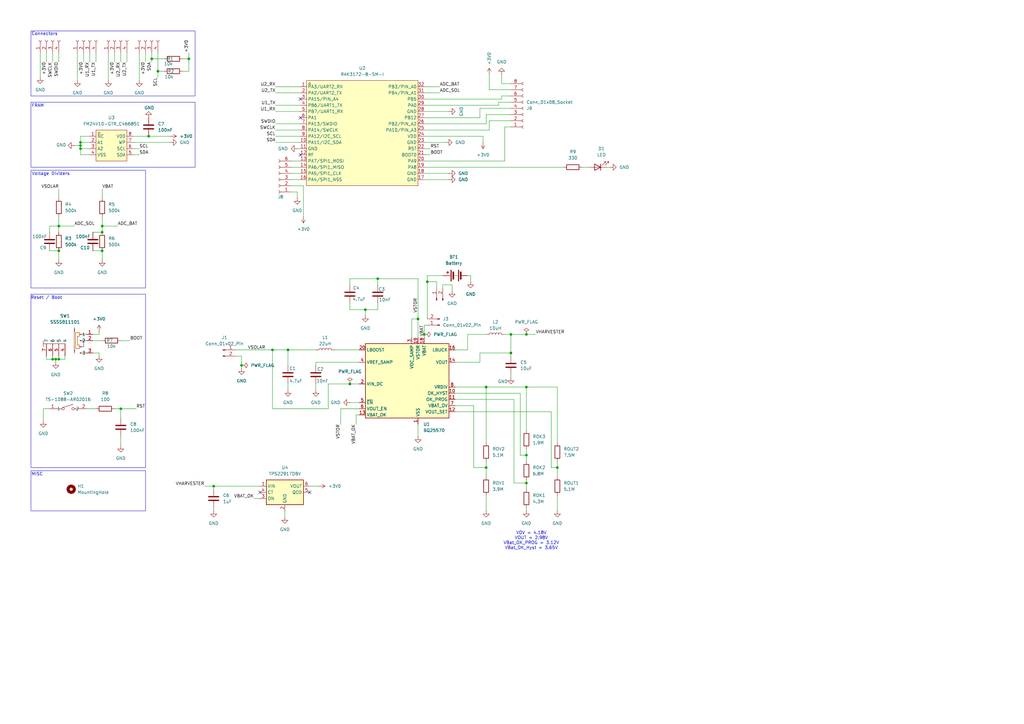
<source format=kicad_sch>
(kicad_sch (version 20250114) (generator "eeschema") (generator_version "9.0")
  (paper "A3")
  (rectangle (start 12.7 69.85) (end 59.69 118.11))
  (rectangle (start 12.7 193.04) (end 59.69 209.55))
  (rectangle (start 12.7 12.7) (end 80.01 39.37))
  (rectangle (start 12.7 41.91) (end 80.01 68.58))
  (rectangle (start 12.7 120.65) (end 59.69 191.77))
  (text "MISC" (at 15.24 194.564 0) (effects (font (size 1.27 1.27))))
  (text "Connectors" (at 18.288 13.97 0) (effects (font (size 1.27 1.27))))
  (text "Reset / Boot" (at 19.05 122.174 0) (effects (font (size 1.27 1.27))))
  (text "VOV = 4.18V\nVOUT = 2.98V\nVBat_OK_PROG = 3.12V\nVBat_OK_Hyst = 3.65V" (at 217.932 221.742 0) (effects (font (size 1.27 1.27))))
  (text "Voltage Dividers" (at 20.828 71.374 0) (effects (font (size 1.27 1.27))))
  (text "FRAM" (at 15.494 43.434 0) (effects (font (size 1.27 1.27))))
  (junction (at 49.53 167.64))
  (junction (at 228.6 191.77))
  (junction (at 215.9 186.69))
  (junction (at 215.9 137.16))
  (junction (at 62.23 24.13))
  (junction (at 171.45 130.81))
  (junction (at 99.06 149.86))
  (junction (at 209.55 144.78))
  (junction (at 33.02 60.96))
  (junction (at 87.63 199.39))
  (junction (at 41.91 102.87))
  (junction (at 33.02 58.42))
  (junction (at 199.39 191.77))
  (junction (at 41.91 95.25))
  (junction (at 21.59 147.32))
  (junction (at 175.26 115.57))
  (junction (at 111.76 143.51))
  (junction (at 41.91 92.71))
  (junction (at 33.02 59.69))
  (junction (at 209.55 137.16))
  (junction (at 77.47 24.13))
  (junction (at 24.13 92.71))
  (junction (at 149.86 127))
  (junction (at 60.96 55.88))
  (junction (at 143.51 157.48))
  (junction (at 64.77 29.21))
  (junction (at 215.9 158.75))
  (junction (at 22.86 147.32))
  (junction (at 199.39 158.75))
  (junction (at 24.13 147.32))
  (junction (at 118.11 143.51))
  (junction (at 154.94 114.3))
  (junction (at 24.13 102.87))
  (junction (at 215.9 198.12))
  (junction (at 173.99 137.16))
  (no_connect (at 127 201.93))
  (no_connect (at 123.19 63.5))
  (no_connect (at 123.19 40.64))
  (no_connect (at 106.68 201.93))
  (no_connect (at 123.19 48.26))
  (wire (pts (xy 134.62 167.64) (xy 134.62 157.48)))
  (wire (pts (xy 118.11 157.48) (xy 118.11 160.02)))
  (wire (pts (xy 77.47 29.21) (xy 74.93 29.21)))
  (wire (pts (xy 24.13 146.05) (xy 24.13 147.32)))
  (wire (pts (xy 175.26 115.57) (xy 179.07 115.57)))
  (wire (pts (xy 173.99 60.96) (xy 176.53 60.96)))
  (wire (pts (xy 118.11 143.51) (xy 129.54 143.51)))
  (wire (pts (xy 124.46 76.2) (xy 124.46 88.9)))
  (wire (pts (xy 146.05 170.18) (xy 146.05 173.99)))
  (wire (pts (xy 19.05 146.05) (xy 19.05 147.32)))
  (wire (pts (xy 54.61 58.42) (xy 69.85 58.42)))
  (wire (pts (xy 24.13 102.87) (xy 24.13 106.68)))
  (wire (pts (xy 196.85 148.59) (xy 196.85 144.78)))
  (wire (pts (xy 44.45 21.59) (xy 44.45 33.02)))
  (wire (pts (xy 173.99 68.58) (xy 231.14 68.58)))
  (wire (pts (xy 191.77 137.16) (xy 191.77 143.51)))
  (wire (pts (xy 20.32 167.64) (xy 17.78 167.64)))
  (wire (pts (xy 199.39 191.77) (xy 199.39 195.58)))
  (wire (pts (xy 147.32 148.59) (xy 129.54 148.59)))
  (wire (pts (xy 24.13 92.71) (xy 24.13 95.25)))
  (wire (pts (xy 77.47 24.13) (xy 74.93 24.13)))
  (wire (pts (xy 181.61 118.11) (xy 181.61 116.84)))
  (wire (pts (xy 34.29 21.59) (xy 34.29 25.4)))
  (wire (pts (xy 210.82 163.83) (xy 210.82 198.12)))
  (wire (pts (xy 198.12 55.88) (xy 198.12 58.42)))
  (wire (pts (xy 41.91 92.71) (xy 41.91 95.25)))
  (wire (pts (xy 199.39 158.75) (xy 199.39 181.61)))
  (wire (pts (xy 171.45 114.3) (xy 171.45 130.81)))
  (wire (pts (xy 173.99 48.26) (xy 196.85 48.26)))
  (wire (pts (xy 35.56 167.64) (xy 39.37 167.64)))
  (wire (pts (xy 52.07 21.59) (xy 52.07 25.4)))
  (wire (pts (xy 33.02 60.96) (xy 36.83 60.96)))
  (wire (pts (xy 119.38 78.74) (xy 121.92 78.74)))
  (wire (pts (xy 213.36 186.69) (xy 215.9 186.69)))
  (wire (pts (xy 186.69 161.29) (xy 213.36 161.29)))
  (wire (pts (xy 199.39 203.2) (xy 199.39 209.55)))
  (wire (pts (xy 24.13 88.9) (xy 24.13 92.71)))
  (wire (pts (xy 119.38 76.2) (xy 124.46 76.2)))
  (wire (pts (xy 213.36 161.29) (xy 213.36 186.69)))
  (wire (pts (xy 204.47 41.91) (xy 209.55 41.91)))
  (wire (pts (xy 199.39 158.75) (xy 215.9 158.75)))
  (wire (pts (xy 33.02 59.69) (xy 33.02 60.96)))
  (wire (pts (xy 171.45 130.81) (xy 171.45 138.43)))
  (wire (pts (xy 207.01 66.04) (xy 207.01 52.07)))
  (wire (pts (xy 228.6 158.75) (xy 228.6 181.61)))
  (wire (pts (xy 173.99 55.88) (xy 198.12 55.88)))
  (wire (pts (xy 186.69 148.59) (xy 196.85 148.59)))
  (wire (pts (xy 226.06 191.77) (xy 228.6 191.77)))
  (wire (pts (xy 31.75 21.59) (xy 31.75 33.02)))
  (wire (pts (xy 129.54 157.48) (xy 129.54 160.02)))
  (wire (pts (xy 19.05 21.59) (xy 19.05 25.4)))
  (wire (pts (xy 173.99 45.72) (xy 184.15 45.72)))
  (wire (pts (xy 127 199.39) (xy 130.81 199.39)))
  (wire (pts (xy 49.53 179.07) (xy 49.53 182.88)))
  (wire (pts (xy 46.99 21.59) (xy 46.99 25.4)))
  (wire (pts (xy 199.39 189.23) (xy 199.39 191.77)))
  (wire (pts (xy 20.32 102.87) (xy 24.13 102.87)))
  (wire (pts (xy 119.38 68.58) (xy 123.19 68.58)))
  (wire (pts (xy 49.53 21.59) (xy 49.53 25.4)))
  (wire (pts (xy 215.9 196.85) (xy 215.9 198.12)))
  (wire (pts (xy 168.91 130.81) (xy 171.45 130.81)))
  (wire (pts (xy 171.45 173.99) (xy 171.45 179.07)))
  (wire (pts (xy 62.23 21.59) (xy 62.23 24.13)))
  (wire (pts (xy 228.6 191.77) (xy 228.6 195.58)))
  (wire (pts (xy 24.13 77.47) (xy 24.13 81.28)))
  (wire (pts (xy 194.31 191.77) (xy 199.39 191.77)))
  (wire (pts (xy 118.11 149.86) (xy 118.11 143.51)))
  (wire (pts (xy 59.69 21.59) (xy 59.69 25.4)))
  (wire (pts (xy 207.01 137.16) (xy 209.55 137.16)))
  (wire (pts (xy 113.03 38.1) (xy 123.19 38.1)))
  (wire (pts (xy 64.77 29.21) (xy 64.77 31.75)))
  (wire (pts (xy 226.06 168.91) (xy 226.06 191.77)))
  (wire (pts (xy 33.02 60.96) (xy 33.02 63.5)))
  (wire (pts (xy 57.15 21.59) (xy 57.15 33.02)))
  (wire (pts (xy 209.55 137.16) (xy 209.55 144.78)))
  (wire (pts (xy 49.53 167.64) (xy 55.88 167.64)))
  (wire (pts (xy 194.31 166.37) (xy 194.31 191.77)))
  (wire (pts (xy 186.69 166.37) (xy 194.31 166.37)))
  (wire (pts (xy 113.03 55.88) (xy 123.19 55.88)))
  (wire (pts (xy 26.67 147.32) (xy 26.67 146.05)))
  (wire (pts (xy 83.82 199.39) (xy 87.63 199.39)))
  (wire (pts (xy 175.26 115.57) (xy 175.26 130.81)))
  (wire (pts (xy 99.06 149.86) (xy 99.06 151.13)))
  (wire (pts (xy 173.99 133.35) (xy 173.99 137.16)))
  (wire (pts (xy 22.86 147.32) (xy 24.13 147.32)))
  (wire (pts (xy 186.69 168.91) (xy 226.06 168.91)))
  (wire (pts (xy 209.55 144.78) (xy 209.55 146.05)))
  (wire (pts (xy 200.66 53.34) (xy 200.66 49.53)))
  (wire (pts (xy 111.76 143.51) (xy 118.11 143.51)))
  (wire (pts (xy 38.1 102.87) (xy 41.91 102.87)))
  (wire (pts (xy 36.83 55.88) (xy 33.02 55.88)))
  (wire (pts (xy 200.66 49.53) (xy 209.55 49.53)))
  (wire (pts (xy 173.99 58.42) (xy 182.88 58.42)))
  (wire (pts (xy 199.39 46.99) (xy 209.55 46.99)))
  (wire (pts (xy 22.86 147.32) (xy 22.86 148.59)))
  (wire (pts (xy 191.77 137.16) (xy 199.39 137.16)))
  (wire (pts (xy 62.23 24.13) (xy 62.23 25.4)))
  (wire (pts (xy 57.15 63.5) (xy 54.61 63.5)))
  (wire (pts (xy 87.63 199.39) (xy 87.63 200.66)))
  (wire (pts (xy 248.92 68.58) (xy 250.19 68.58)))
  (wire (pts (xy 154.94 114.3) (xy 171.45 114.3)))
  (wire (pts (xy 215.9 184.15) (xy 215.9 186.69)))
  (wire (pts (xy 173.99 73.66) (xy 184.15 73.66)))
  (wire (pts (xy 33.02 58.42) (xy 33.02 59.69)))
  (wire (pts (xy 33.02 58.42) (xy 36.83 58.42)))
  (wire (pts (xy 41.91 102.87) (xy 41.91 106.68)))
  (wire (pts (xy 185.42 116.84) (xy 185.42 119.38)))
  (wire (pts (xy 143.51 127) (xy 143.51 124.46)))
  (wire (pts (xy 33.02 63.5) (xy 36.83 63.5)))
  (wire (pts (xy 137.16 143.51) (xy 147.32 143.51)))
  (wire (pts (xy 173.99 43.18) (xy 204.47 43.18)))
  (wire (pts (xy 30.48 59.69) (xy 33.02 59.69)))
  (wire (pts (xy 113.03 50.8) (xy 123.19 50.8)))
  (wire (pts (xy 149.86 127) (xy 149.86 129.54)))
  (wire (pts (xy 41.91 77.47) (xy 41.91 81.28)))
  (wire (pts (xy 60.96 55.88) (xy 54.61 55.88)))
  (wire (pts (xy 147.32 167.64) (xy 139.7 167.64)))
  (wire (pts (xy 173.99 71.12) (xy 184.15 71.12)))
  (wire (pts (xy 17.78 167.64) (xy 17.78 172.72)))
  (wire (pts (xy 143.51 165.1) (xy 147.32 165.1)))
  (wire (pts (xy 40.64 137.16) (xy 40.64 135.89)))
  (wire (pts (xy 207.01 52.07) (xy 209.55 52.07)))
  (wire (pts (xy 46.99 167.64) (xy 49.53 167.64)))
  (wire (pts (xy 87.63 199.39) (xy 106.68 199.39)))
  (wire (pts (xy 99.06 146.05) (xy 99.06 149.86)))
  (wire (pts (xy 33.02 55.88) (xy 33.02 58.42)))
  (wire (pts (xy 38.1 139.7) (xy 41.91 139.7)))
  (wire (pts (xy 205.74 30.48) (xy 205.74 34.29)))
  (wire (pts (xy 179.07 115.57) (xy 179.07 118.11)))
  (wire (pts (xy 121.92 60.96) (xy 123.19 60.96)))
  (wire (pts (xy 175.26 115.57) (xy 175.26 113.03)))
  (wire (pts (xy 173.99 63.5) (xy 176.53 63.5)))
  (wire (pts (xy 215.9 158.75) (xy 215.9 176.53)))
  (wire (pts (xy 173.99 40.64) (xy 205.74 40.64)))
  (wire (pts (xy 113.03 35.56) (xy 123.19 35.56)))
  (wire (pts (xy 149.86 127) (xy 143.51 127)))
  (wire (pts (xy 77.47 21.59) (xy 77.47 24.13)))
  (wire (pts (xy 121.92 78.74) (xy 121.92 81.28)))
  (wire (pts (xy 193.04 115.57) (xy 193.04 113.03)))
  (wire (pts (xy 193.04 113.03) (xy 191.77 113.03)))
  (wire (pts (xy 228.6 189.23) (xy 228.6 191.77)))
  (wire (pts (xy 196.85 44.45) (xy 209.55 44.45)))
  (wire (pts (xy 215.9 208.28) (xy 215.9 209.55)))
  (wire (pts (xy 173.99 66.04) (xy 207.01 66.04)))
  (wire (pts (xy 24.13 21.59) (xy 24.13 25.4)))
  (wire (pts (xy 215.9 137.16) (xy 219.71 137.16)))
  (wire (pts (xy 38.1 144.78) (xy 40.64 144.78)))
  (wire (pts (xy 186.69 163.83) (xy 210.82 163.83)))
  (wire (pts (xy 111.76 143.51) (xy 111.76 167.64)))
  (wire (pts (xy 57.15 60.96) (xy 54.61 60.96)))
  (wire (pts (xy 20.32 95.25) (xy 20.32 92.71)))
  (wire (pts (xy 16.51 21.59) (xy 16.51 31.75)))
  (wire (pts (xy 24.13 92.71) (xy 30.48 92.71)))
  (wire (pts (xy 143.51 114.3) (xy 154.94 114.3)))
  (wire (pts (xy 87.63 208.28) (xy 87.63 209.55)))
  (wire (pts (xy 41.91 92.71) (xy 48.26 92.71)))
  (wire (pts (xy 186.69 158.75) (xy 199.39 158.75)))
  (wire (pts (xy 209.55 36.83) (xy 200.66 36.83)))
  (wire (pts (xy 129.54 148.59) (xy 129.54 149.86)))
  (wire (pts (xy 173.99 38.1) (xy 180.34 38.1)))
  (wire (pts (xy 49.53 167.64) (xy 49.53 171.45)))
  (wire (pts (xy 238.76 68.58) (xy 241.3 68.58)))
  (wire (pts (xy 205.74 40.64) (xy 205.74 39.37)))
  (wire (pts (xy 209.55 137.16) (xy 215.9 137.16)))
  (wire (pts (xy 173.99 53.34) (xy 200.66 53.34)))
  (wire (pts (xy 175.26 113.03) (xy 181.61 113.03)))
  (wire (pts (xy 154.94 127) (xy 149.86 127)))
  (wire (pts (xy 20.32 92.71) (xy 24.13 92.71)))
  (wire (pts (xy 215.9 198.12) (xy 215.9 200.66)))
  (wire (pts (xy 62.23 24.13) (xy 67.31 24.13)))
  (wire (pts (xy 38.1 137.16) (xy 40.64 137.16)))
  (wire (pts (xy 196.85 144.78) (xy 209.55 144.78)))
  (wire (pts (xy 36.83 21.59) (xy 36.83 25.4)))
  (wire (pts (xy 173.99 35.56) (xy 180.34 35.56)))
  (wire (pts (xy 24.13 147.32) (xy 26.67 147.32)))
  (wire (pts (xy 69.85 55.88) (xy 60.96 55.88)))
  (wire (pts (xy 21.59 147.32) (xy 22.86 147.32)))
  (wire (pts (xy 49.53 139.7) (xy 53.34 139.7)))
  (wire (pts (xy 104.14 204.47) (xy 106.68 204.47)))
  (wire (pts (xy 173.99 50.8) (xy 199.39 50.8)))
  (wire (pts (xy 19.05 147.32) (xy 21.59 147.32)))
  (wire (pts (xy 215.9 158.75) (xy 228.6 158.75)))
  (wire (pts (xy 41.91 88.9) (xy 41.91 92.71)))
  (wire (pts (xy 113.03 58.42) (xy 123.19 58.42)))
  (wire (pts (xy 200.66 36.83) (xy 200.66 30.48)))
  (wire (pts (xy 168.91 138.43) (xy 168.91 130.81)))
  (wire (pts (xy 21.59 146.05) (xy 21.59 147.32)))
  (wire (pts (xy 134.62 157.48) (xy 143.51 157.48)))
  (wire (pts (xy 113.03 43.18) (xy 123.19 43.18)))
  (wire (pts (xy 38.1 95.25) (xy 41.91 95.25)))
  (wire (pts (xy 209.55 153.67) (xy 209.55 154.94)))
  (wire (pts (xy 204.47 43.18) (xy 204.47 41.91)))
  (wire (pts (xy 119.38 73.66) (xy 123.19 73.66)))
  (wire (pts (xy 215.9 186.69) (xy 215.9 189.23)))
  (wire (pts (xy 64.77 29.21) (xy 67.31 29.21)))
  (wire (pts (xy 143.51 157.48) (xy 147.32 157.48)))
  (wire (pts (xy 116.84 209.55) (xy 116.84 212.09)))
  (wire (pts (xy 205.74 39.37) (xy 209.55 39.37)))
  (wire (pts (xy 96.52 143.51) (xy 111.76 143.51)))
  (wire (pts (xy 113.03 53.34) (xy 123.19 53.34)))
  (wire (pts (xy 173.99 137.16) (xy 173.99 138.43)))
  (wire (pts (xy 64.77 21.59) (xy 64.77 29.21)))
  (wire (pts (xy 228.6 203.2) (xy 228.6 209.55)))
  (wire (pts (xy 119.38 71.12) (xy 123.19 71.12)))
  (wire (pts (xy 196.85 48.26) (xy 196.85 44.45)))
  (wire (pts (xy 173.99 133.35) (xy 175.26 133.35)))
  (wire (pts (xy 111.76 167.64) (xy 134.62 167.64)))
  (wire (pts (xy 113.03 45.72) (xy 123.19 45.72)))
  (wire (pts (xy 191.77 143.51) (xy 186.69 143.51)))
  (wire (pts (xy 21.59 21.59) (xy 21.59 25.4)))
  (wire (pts (xy 96.52 146.05) (xy 99.06 146.05)))
  (wire (pts (xy 205.74 34.29) (xy 209.55 34.29)))
  (wire (pts (xy 154.94 124.46) (xy 154.94 127)))
  (wire (pts (xy 119.38 66.04) (xy 123.19 66.04)))
  (wire (pts (xy 147.32 170.18) (xy 146.05 170.18)))
  (wire (pts (xy 154.94 114.3) (xy 154.94 116.84)))
  (wire (pts (xy 143.51 116.84) (xy 143.51 114.3)))
  (wire (pts (xy 210.82 198.12) (xy 215.9 198.12)))
  (wire (pts (xy 39.37 21.59) (xy 39.37 25.4)))
  (wire (pts (xy 77.47 24.13) (xy 77.47 29.21)))
  (wire (pts (xy 139.7 167.64) (xy 139.7 173.99)))
  (wire (pts (xy 181.61 116.84) (xy 185.42 116.84)))
  (wire (pts (xy 199.39 50.8) (xy 199.39 46.99)))
  (wire (pts (xy 40.64 144.78) (xy 40.64 146.05)))
  (label "ADC_BAT" (at 48.26 92.71 0))
  (label "VSTOR" (at 139.7 173.99 270))
  (label "+3V0" (at 19.05 25.4 270))
  (label "VSOLAR" (at 24.13 77.47 180))
  (label "U1_RX" (at 113.03 45.72 180))
  (label "BOOT" (at 53.34 139.7 0))
  (label "SCL" (at 64.77 31.75 270))
  (label "SDA" (at 57.15 63.5 0))
  (label "U2_RX" (at 49.53 25.4 270))
  (label "VSTOR" (at 171.45 128.27 90))
  (label "VBAT_OK" (at 146.05 173.99 270))
  (label "SDA" (at 113.03 58.42 180))
  (label "VBAT_OK" (at 104.14 204.47 180))
  (label "VHARVESTER" (at 219.71 137.16 0))
  (label "+3V0" (at 77.47 21.59 90))
  (label "RST" (at 55.88 167.64 0))
  (label "SWDIO" (at 113.03 50.8 180))
  (label "SWCLK" (at 113.03 53.34 180))
  (label "U2_TX" (at 52.07 25.4 270))
  (label "SDA" (at 62.23 25.4 270))
  (label "+3V0" (at 59.69 25.4 270))
  (label "VSOLAR" (at 101.6 143.51 0))
  (label "U1_TX" (at 39.37 25.4 270))
  (label "SWCLK" (at 21.59 25.4 270))
  (label "+3V0" (at 46.99 25.4 270))
  (label "SWDIO" (at 24.13 25.4 270))
  (label "SCL" (at 57.15 60.96 0))
  (label "U1_RX" (at 36.83 25.4 270))
  (label "ADC_BAT" (at 180.34 35.56 0))
  (label "ADC_SOL" (at 30.48 92.71 0))
  (label "ADC_SOL" (at 180.34 38.1 0))
  (label "VBAT" (at 41.91 77.47 0))
  (label "VHARVESTER" (at 83.82 199.39 180))
  (label "U1_TX" (at 113.03 43.18 180))
  (label "VBAT" (at 173.99 133.35 270))
  (label "U2_TX" (at 113.03 38.1 180))
  (label "+3V0" (at 34.29 25.4 270))
  (label "BOOT" (at 176.53 63.5 0))
  (label "SCL" (at 113.03 55.88 180))
  (label "U2_RX" (at 113.03 35.56 180))
  (label "RST" (at 176.53 60.96 0))
  (symbol (lib_id "Device:R") (at 215.9 180.34 0) (unit 1)
    (property "Reference" "ROK3" (at 218.44 179.0699 0) (effects (justify left)))
    (property "Value" "1.9M" (at 218.44 181.6099 0) (effects (justify left)))
    (property "Footprint" "Resistor_SMD:R_0603_1608Metric_Pad0.98x0.95mm_HandSolder" (effects (hide yes)))
    (property "Description" "Resistor" (effects (hide yes)))
  )
  (symbol (lib_id "Power_Management:TPS22917DBV") (at 116.84 201.93 0) (unit 1)
    (property "Reference" "U4" (at 116.84 191.77 0))
    (property "Value" "TPS22917DBV" (at 116.84 194.31 0))
    (property "Footprint" "Package_TO_SOT_SMD:SOT-23-6" (effects (hide yes)))
    (property "Datasheet" "http://www.ti.com/lit/ds/symlink/tps22917.pdf" (effects (hide yes)))
    (property "Description" "1V to 5.5V, 2A, 80mΩ Ultra-Low Leakage Load Switch, SOT23-6" (effects (hide yes)))
  )
  (symbol (lib_id "Device:R") (at 228.6 199.39 0) (unit 1)
    (property "Reference" "ROUT1" (at 231.14 198.1199 0) (effects (justify left)))
    (property "Value" "5.1M" (at 231.14 200.6599 0) (effects (justify left)))
    (property "Footprint" "Resistor_SMD:R_0603_1608Metric_Pad0.98x0.95mm_HandSolder" (effects (hide yes)))
    (property "Description" "Resistor" (effects (hide yes)))
  )
  (symbol (lib_id "power:PWR_FLAG") (at 99.06 149.86 270) (unit 1)
    (property "Reference" "#FLG01" (effects (hide yes)))
    (property "Value" "PWR_FLAG" (at 102.87 149.8599 90) (effects (justify left)))
    (property "Description" "Special symbol for telling ERC where power comes from" (effects (hide yes)))
  )
  (symbol (lib_id "power:GND") (at 24.13 106.68 0) (unit 1)
    (property "Reference" "#PWR028" (effects (hide yes)))
    (property "Value" "GND" (at 24.13 111.76 0))
    (property "Description" "Power symbol creates a global label with name \"GND\" , ground" (effects (hide yes)))
  )
  (symbol (lib_id "Device:C") (at 49.53 175.26 0) (unit 1)
    (property "Reference" "C8" (at 53.34 173.9899 0) (effects (justify left)))
    (property "Value" "100nF" (at 53.34 176.5299 0) (effects (justify left)))
    (property "Footprint" "Capacitor_SMD:C_0603_1608Metric_Pad1.08x0.95mm_HandSolder" (effects (hide yes)))
    (property "Description" "Unpolarized capacitor" (effects (hide yes)))
  )
  (symbol (lib_id "Device:R") (at 71.12 24.13 90) (unit 1)
    (property "Reference" "R1" (at 69.85 24.13 90))
    (property "Value" "10k" (at 69.088 26.162 90))
    (property "Footprint" "Resistor_SMD:R_0603_1608Metric" (effects (hide yes)))
    (property "Description" "Resistor" (effects (hide yes)))
  )
  (symbol (lib_id "power:+3V0") (at 200.66 30.48 0) (unit 1)
    (property "Reference" "#PWR039" (effects (hide yes)))
    (property "Value" "+3V0" (at 200.6599 26.67 90) (effects (justify left)))
    (property "Description" "Power symbol creates a global label with name \"+3V0\"" (effects (hide yes)))
  )
  (symbol (lib_id "Device:L") (at 203.2 137.16 90) (unit 1)
    (property "Reference" "L2" (at 203.2 132.08 90))
    (property "Value" "10uH" (at 203.2 134.62 90))
    (property "Footprint" "SolarMeshRepeater_Lib:L1210" (effects (hide yes)))
    (property "Description" "Inductor" (effects (hide yes)))
  )
  (symbol (lib_id "Device:C") (at 60.96 52.07 0) (unit 1)
    (property "Reference" "C7" (at 64.77 50.7999 0) (effects (justify left)))
    (property "Value" "100nF" (at 64.77 53.3399 0) (effects (justify left)))
    (property "Footprint" "Capacitor_SMD:C_0603_1608Metric_Pad1.08x0.95mm_HandSolder" (effects (hide yes)))
    (property "Description" "Unpolarized capacitor" (effects (hide yes)))
  )
  (symbol (lib_id "SolarMeshRepeater_Lib:SSSS811101") (at 34.29 138.43 270) (unit 1)
    (property "Reference" "SW1" (at 26.67 129.54 90))
    (property "Value" "SSSS811101" (at 26.67 132.08 90))
    (property "Footprint" "SolarMeshRepeater_Lib:SW-SMD_SSSS811101" (effects (hide yes)))
    (property "Datasheet" "https://lcsc.com/product-detail/Toggle-Switches_ALPS_SSSS811101_SSSS811101_C109335.html" (effects (hide yes)))
    (property "LCSC Part" "C109335" (effects (hide yes)))
  )
  (symbol (lib_id "power:GND") (at 250.19 68.58 90) (unit 1)
    (property "Reference" "#PWR035" (effects (hide yes)))
    (property "Value" "GND" (at 254 68.5799 90) (effects (justify right)))
    (property "Description" "Power symbol creates a global label with name \"GND\" , ground" (effects (hide yes)))
  )
  (symbol (lib_id "Device:C") (at 118.11 153.67 0) (unit 1)
    (property "Reference" "C1" (at 118.618 151.13 0) (effects (justify left)))
    (property "Value" "4.7uF" (at 118.618 156.21 0) (effects (justify left)))
    (property "Footprint" "Capacitor_SMD:C_0805_2012Metric_Pad1.18x1.45mm_HandSolder" (effects (hide yes)))
    (property "Description" "Unpolarized capacitor" (effects (hide yes)))
  )
  (symbol (lib_id "Mechanical:MountingHole") (at 29.21 200.66 0) (unit 1) (in_bom no)
    (property "Reference" "H1" (at 31.75 199.3899 0) (effects (justify left)))
    (property "Value" "MountingHole" (at 31.75 201.9299 0) (effects (justify left)))
    (property "Footprint" "MountingHole:MountingHole_2.2mm_M2" (effects (hide yes)))
    (property "Description" "Mounting Hole without connection" (effects (hide yes)))
  )
  (symbol (lib_id "Device:C") (at 87.63 204.47 180) (unit 1)
    (property "Reference" "C6" (at 91.44 203.1999 0) (effects (justify right)))
    (property "Value" "1uF" (at 91.44 205.7399 0) (effects (justify right)))
    (property "Footprint" "Capacitor_SMD:C_0603_1608Metric_Pad1.08x0.95mm_HandSolder" (effects (hide yes)))
    (property "Description" "Unpolarized capacitor" (effects (hide yes)))
  )
  (symbol (lib_id "power:GND") (at 40.64 146.05 0) (unit 1)
    (property "Reference" "#PWR030" (effects (hide yes)))
    (property "Value" "GND" (at 40.64 151.13 0))
    (property "Description" "Power symbol creates a global label with name \"GND\" , ground" (effects (hide yes)))
  )
  (symbol (lib_id "power:+3V0") (at 40.64 135.89 0) (unit 1)
    (property "Reference" "#PWR031" (effects (hide yes)))
    (property "Value" "+3V0" (at 40.64 130.81 0))
    (property "Description" "Power symbol creates a global label with name \"+3V0\"" (effects (hide yes)))
  )
  (symbol (lib_id "SolarMeshRepeater_Lib:TS-1088-AR02016") (at 27.94 167.64 0) (unit 1)
    (property "Reference" "SW2" (at 27.94 161.29 0))
    (property "Value" "TS-1088-AR02016" (at 27.94 163.83 0))
    (property "Footprint" "SolarMeshRepeater_Lib:SW-SMD_L3.9-W3.0-P4.45" (effects (hide yes)))
    (property "Datasheet" "https://lcsc.com/product-detail/Tactile-Switches_XUNPU-TS-1088-AR02016_C720477.html" (effects (hide yes)))
    (property "LCSC Part" "C720477" (effects (hide yes)))
  )
  (symbol (lib_id "power:GND") (at 22.86 148.59 0) (unit 1)
    (property "Reference" "#PWR032" (effects (hide yes)))
    (property "Value" "GND" (at 22.86 153.67 0))
    (property "Description" "Power symbol creates a global label with name \"GND\" , ground" (effects (hide yes)))
  )
  (symbol (lib_id "Connector:Conn_01x02_Pin") (at 180.34 133.35 180) (unit 1)
    (property "Reference" "J3" (at 181.61 130.8099 0) (effects (justify right)))
    (property "Value" "Conn_01x02_Pin" (at 181.61 133.3499 0) (effects (justify right)))
    (property "Footprint" "Connector_PinHeader_2.54mm:PinHeader_1x02_P2.54mm_Vertical" (effects (hide yes)))
    (property "Description" "Generic connector, single row, 01x02, script generated" (effects (hide yes)))
  )
  (symbol (lib_id "power:+3V0") (at 198.12 58.42 180) (unit 1)
    (property "Reference" "#PWR010" (effects (hide yes)))
    (property "Value" "+3V0" (at 198.12 63.5 0))
    (property "Description" "Power symbol creates a global label with name \"+3V0\"" (effects (hide yes)))
  )
  (symbol (lib_id "power:PWR_FLAG") (at 215.9 137.16 0) (unit 1)
    (property "Reference" "#FLG03" (effects (hide yes)))
    (property "Value" "PWR_FLAG" (at 215.9 132.08 0))
    (property "Description" "Special symbol for telling ERC where power comes from" (effects (hide yes)))
  )
  (symbol (lib_id "power:GND") (at 44.45 33.02 0) (unit 1)
    (property "Reference" "#PWR024" (effects (hide yes)))
    (property "Value" "GND" (at 44.45 38.1 0))
    (property "Description" "Power symbol creates a global label with name \"GND\" , ground" (effects (hide yes)))
  )
  (symbol (lib_id "power:+3V3") (at 69.85 55.88 270) (unit 1)
    (property "Reference" "#PWR014" (effects (hide yes)))
    (property "Value" "+3V0" (at 73.66 55.8799 90) (effects (justify left)))
    (property "Description" "Power symbol creates a global label with name \"+3V3\"" (effects (hide yes)))
  )
  (symbol (lib_id "power:GND") (at 57.15 33.02 0) (unit 1)
    (property "Reference" "#PWR025" (effects (hide yes)))
    (property "Value" "GND" (at 57.15 38.1 0))
    (property "Description" "Power symbol creates a global label with name \"GND\" , ground" (effects (hide yes)))
  )
  (symbol (lib_id "Battery_Management:BQ25570") (at 171.45 156.21 0) (unit 1)
    (property "Reference" "U1" (at 173.5933 173.99 0) (effects (justify left)))
    (property "Value" "BQ25570" (at 173.5933 176.53 0) (effects (justify left)))
    (property "Footprint" "Package_DFN_QFN:QFN-20-1EP_3.5x3.5mm_P0.5mm_EP2x2mm" (effects (hide yes)))
    (property "Datasheet" "http://www.ti.com/lit/ds/symlink/bq25570.pdf" (effects (hide yes)))
    (property "Description" "Nano Power Boost Charger and Buck Converter for Energy Harvester Powered Applications, QFN-20" (effects (hide yes)))
  )
  (symbol (lib_id "power:GND") (at 16.51 31.75 0) (unit 1)
    (property "Reference" "#PWR015" (effects (hide yes)))
    (property "Value" "GND" (at 16.51 36.83 0))
    (property "Description" "Power symbol creates a global label with name \"GND\" , ground" (effects (hide yes)))
  )
  (symbol (lib_id "power:GND") (at 121.92 60.96 270) (unit 1)
    (property "Reference" "#PWR017" (effects (hide yes)))
    (property "Value" "GND" (at 118.11 60.9599 90) (effects (justify right)))
    (property "Description" "Power symbol creates a global label with name \"GND\" , ground" (effects (hide yes)))
  )
  (symbol (lib_id "power:GND") (at 41.91 106.68 0) (unit 1)
    (property "Reference" "#PWR029" (effects (hide yes)))
    (property "Value" "GND" (at 41.91 111.76 0))
    (property "Description" "Power symbol creates a global label with name \"GND\" , ground" (effects (hide yes)))
  )
  (symbol (lib_id "power:GND") (at 184.15 73.66 90) (unit 1)
    (property "Reference" "#PWR019" (effects (hide yes)))
    (property "Value" "GND" (at 187.96 73.6599 90) (effects (justify right)))
    (property "Description" "Power symbol creates a global label with name \"GND\" , ground" (effects (hide yes)))
  )
  (symbol (lib_id "power:GND") (at 17.78 172.72 0) (unit 1)
    (property "Reference" "#PWR033" (effects (hide yes)))
    (property "Value" "GND" (at 17.78 177.8 0))
    (property "Description" "Power symbol creates a global label with name \"GND\" , ground" (effects (hide yes)))
  )
  (symbol (lib_id "Device:R") (at 228.6 185.42 0) (unit 1)
    (property "Reference" "ROUT2" (at 231.14 184.1499 0) (effects (justify left)))
    (property "Value" "7.5M" (at 231.14 186.6899 0) (effects (justify left)))
    (property "Footprint" "Resistor_SMD:R_0603_1608Metric_Pad0.98x0.95mm_HandSolder" (effects (hide yes)))
    (property "Description" "Resistor" (effects (hide yes)))
  )
  (symbol (lib_id "Device:R") (at 41.91 99.06 0) (unit 1)
    (property "Reference" "R6" (at 44.45 97.7899 0) (effects (justify left)))
    (property "Value" "500k" (at 44.45 100.3299 0) (effects (justify left)))
    (property "Footprint" "Resistor_SMD:R_0603_1608Metric_Pad0.98x0.95mm_HandSolder" (effects (hide yes)))
    (property "Description" "Resistor" (effects (hide yes)))
  )
  (symbol (lib_id "Device:C") (at 38.1 99.06 180) (unit 1)
    (property "Reference" "C10" (at 36.83 101.6 0) (effects (justify left)))
    (property "Value" "100nF" (at 37.084 97.028 0) (effects (justify left)))
    (property "Footprint" "Capacitor_SMD:C_0603_1608Metric_Pad1.08x0.95mm_HandSolder" (effects (hide yes)))
    (property "Description" "Unpolarized capacitor" (effects (hide yes)))
  )
  (symbol (lib_id "power:GND") (at 184.15 71.12 90) (unit 1)
    (property "Reference" "#PWR018" (effects (hide yes)))
    (property "Value" "GND" (at 187.96 71.1199 90) (effects (justify right)))
    (property "Description" "Power symbol creates a global label with name \"GND\" , ground" (effects (hide yes)))
  )
  (symbol (lib_id "Connector:Conn_01x04_Socket") (at 46.99 16.51 90) (unit 1)
    (property "Reference" "J6" (effects (hide yes)))
    (property "Value" "Conn_01x04_Socket" (effects (hide yes)))
    (property "Footprint" "Connector_JST:JST_PH_B4B-PH-K_1x04_P2.00mm_Vertical" (effects (hide yes)))
    (property "Description" "Generic connector, single row, 01x04, script generated" (effects (hide yes)))
  )
  (symbol (lib_id "Connector:Conn_01x02_Pin") (at 91.44 143.51 0) (unit 1)
    (property "Reference" "J1" (at 92.075 138.43 0))
    (property "Value" "Conn_01x02_Pin" (at 92.075 140.97 0))
    (property "Footprint" "Connector_JST:JST_PH_B2B-PH-K_1x02_P2.00mm_Vertical" (effects (hide yes)))
    (property "Description" "Generic connector, single row, 01x02, script generated" (effects (hide yes)))
  )
  (symbol (lib_id "power:GND") (at 205.74 30.48 180) (unit 1)
    (property "Reference" "#PWR022" (effects (hide yes)))
    (property "Value" "GND" (at 205.74 25.4 0))
    (property "Description" "Power symbol creates a global label with name \"GND\" , ground" (effects (hide yes)))
  )
  (symbol (lib_id "Device:R") (at 199.39 185.42 0) (unit 1) (in_bom no)
    (property "Reference" "ROV2" (at 201.93 184.1499 0) (effects (justify left)))
    (property "Value" "5.1M" (at 201.93 186.6899 0) (effects (justify left)))
    (property "Footprint" "Resistor_SMD:R_0603_1608Metric_Pad0.98x0.95mm_HandSolder" (effects (hide yes)))
    (property "Description" "Resistor" (effects (hide yes)))
  )
  (symbol (lib_id "power:GND") (at 215.9 209.55 0) (unit 1)
    (property "Reference" "#PWR09" (effects (hide yes)))
    (property "Value" "GND" (at 215.9 214.63 0))
    (property "Description" "Power symbol creates a global label with name \"GND\" , ground" (effects (hide yes)))
  )
  (symbol (lib_id "Device:LED") (at 245.11 68.58 180) (unit 1)
    (property "Reference" "D1" (at 246.6975 60.96 0))
    (property "Value" "LED" (at 246.6975 63.5 0))
    (property "Footprint" "LED_SMD:LED_0603_1608Metric_Pad1.05x0.95mm_HandSolder" (effects (hide yes)))
    (property "Description" "Light emitting diode" (effects (hide yes)))
    (property "Sim.Pins" "1=K 2=A" (effects (hide yes)))
  )
  (symbol (lib_id "power:GND") (at 185.42 119.38 0) (unit 1)
    (property "Reference" "#PWR012" (effects (hide yes)))
    (property "Value" "GND" (at 185.42 124.46 0))
    (property "Description" "Power symbol creates a global label with name \"GND\" , ground" (effects (hide yes)))
  )
  (symbol (lib_id "power:+3V0") (at 130.81 199.39 270) (unit 1)
    (property "Reference" "#PWR042" (effects (hide yes)))
    (property "Value" "+3V0" (at 134.62 199.3899 90) (effects (justify left)))
    (property "Description" "Power symbol creates a global label with name \"+3V0\"" (effects (hide yes)))
  )
  (symbol (lib_id "Connector:Conn_01x04_Socket") (at 34.29 16.51 90) (unit 1)
    (property "Reference" "J5" (effects (hide yes)))
    (property "Value" "Conn_01x04_Socket" (effects (hide yes)))
    (property "Footprint" "Connector_JST:JST_PH_B4B-PH-K_1x04_P2.00mm_Vertical" (effects (hide yes)))
    (property "Description" "Generic connector, single row, 01x04, script generated" (effects (hide yes)))
  )
  (symbol (lib_id "power:GND") (at 99.06 151.13 0) (unit 1)
    (property "Reference" "#PWR01" (effects (hide yes)))
    (property "Value" "GND" (at 99.06 156.21 0))
    (property "Description" "Power symbol creates a global label with name \"GND\" , ground" (effects (hide yes)))
  )
  (symbol (lib_id "Device:Battery") (at 186.69 113.03 90) (unit 1)
    (property "Reference" "BT1" (at 186.1185 105.41 90))
    (property "Value" "Battery" (at 186.1185 107.95 90))
    (property "Footprint" "SolarMeshRepeater_Lib:501010" (effects (hide yes)))
    (property "Description" "Multiple-cell battery" (effects (hide yes)))
  )
  (symbol (lib_id "power:GND") (at 30.48 59.69 270) (unit 1)
    (property "Reference" "#PWR026" (effects (hide yes)))
    (property "Value" "GND" (at 27.178 59.436 90) (effects (justify right)))
    (property "Description" "Power symbol creates a global label with name \"GND\" , ground" (effects (hide yes)))
  )
  (symbol (lib_id "SolarMeshRepeater_Lib:FM24V10-GTR_C466851") (at 45.72 59.69 0) (unit 1)
    (property "Reference" "U3" (at 45.72 48.26 0))
    (property "Value" "FM24V10-GTR_C466851" (at 45.72 50.8 0))
    (property "Footprint" "SolarMeshRepeater_Lib:SOIC-8_L5.0-W4.0-P1.27-LS6.0-BL" (effects (hide yes)))
    (property "Datasheet" "https://lcsc.com/product-detail/FRAM_Cypress-Semicon-FM24V10-GTR_C466851.html" (effects (hide yes)))
    (property "LCSC Part" "C466851" (effects (hide yes)))
  )
  (symbol (lib_id "power:GND") (at 116.84 212.09 0) (unit 1)
    (property "Reference" "#PWR021" (effects (hide yes)))
    (property "Value" "GND" (at 116.84 217.17 0))
    (property "Description" "Power symbol creates a global label with name \"GND\" , ground" (effects (hide yes)))
  )
  (symbol (lib_id "Connector:Conn_01x04_Socket") (at 19.05 16.51 90) (unit 1)
    (property "Reference" "J4" (effects (hide yes)))
    (property "Value" "Conn_01x04_Socket" (effects (hide yes)))
    (property "Footprint" "Connector_JST:JST_PH_B4B-PH-K_1x04_P2.00mm_Vertical" (effects (hide yes)))
    (property "Description" "Generic connector, single row, 01x04, script generated" (effects (hide yes)))
  )
  (symbol (lib_id "Device:C") (at 129.54 153.67 0) (unit 1)
    (property "Reference" "C2" (at 130.048 151.384 0) (effects (justify left)))
    (property "Value" "10nF" (at 129.794 156.21 0) (effects (justify left)))
    (property "Footprint" "Capacitor_SMD:C_0603_1608Metric_Pad1.08x0.95mm_HandSolder" (effects (hide yes)))
    (property "Description" "Unpolarized capacitor" (effects (hide yes)))
  )
  (symbol (lib_id "Connector:Conn_01x02_Pin") (at 179.07 123.19 90) (unit 1)
    (property "Reference" "J2" (effects (hide yes)))
    (property "Value" "Conn_01x02_Pin" (effects (hide yes)))
    (property "Footprint" "Connector_JST:JST_PH_B2B-PH-K_1x02_P2.00mm_Vertical" (effects (hide yes)))
    (property "Description" "Generic connector, single row, 01x02, script generated" (effects (hide yes)))
  )
  (symbol (lib_id "power:GND") (at 182.88 58.42 90) (unit 1)
    (property "Reference" "#PWR016" (effects (hide yes)))
    (property "Value" "GND" (at 186.69 58.4199 90) (effects (justify right)))
    (property "Description" "Power symbol creates a global label with name \"GND\" , ground" (effects (hide yes)))
  )
  (symbol (lib_id "power:GND") (at 228.6 209.55 0) (unit 1)
    (property "Reference" "#PWR011" (effects (hide yes)))
    (property "Value" "GND" (at 228.6 214.63 0))
    (property "Description" "Power symbol creates a global label with name \"GND\" , ground" (effects (hide yes)))
  )
  (symbol (lib_id "Device:R") (at 71.12 29.21 90) (unit 1)
    (property "Reference" "R2" (at 70.104 29.21 90))
    (property "Value" "10k" (at 69.342 31.496 90))
    (property "Footprint" "Resistor_SMD:R_0603_1608Metric" (effects (hide yes)))
    (property "Description" "Resistor" (effects (hide yes)))
  )
  (symbol (lib_id "Connector:Conn_01x04_Socket") (at 59.69 16.51 90) (unit 1)
    (property "Reference" "J7" (effects (hide yes)))
    (property "Value" "Conn_01x04_Socket" (effects (hide yes)))
    (property "Footprint" "Connector_JST:JST_ZH_B4B-ZR_1x04_P1.50mm_Vertical" (effects (hide yes)))
    (property "Description" "Generic connector, single row, 01x04, script generated" (effects (hide yes)))
  )
  (symbol (lib_id "Connector:Conn_01x08_Socket") (at 214.63 44.45 0) (mirror x) (unit 1)
    (property "Reference" "J9" (at 215.9 44.4501 0) (effects (justify left)))
    (property "Value" "Conn_01x08_Socket" (at 215.9 41.9101 0) (effects (justify left)))
    (property "Footprint" "Connector_PinHeader_1.00mm:PinHeader_1x08_P1.00mm_Vertical_SMD_Pin1Left" (effects (hide yes)))
    (property "Description" "Generic connector, single row, 01x08, script generated" (effects (hide yes)))
  )
  (symbol (lib_id "Device:R") (at 41.91 85.09 0) (unit 1)
    (property "Reference" "R5" (at 44.45 83.8199 0) (effects (justify left)))
    (property "Value" "500k" (at 44.45 86.3599 0) (effects (justify left)))
    (property "Footprint" "Resistor_SMD:R_0603_1608Metric_Pad0.98x0.95mm_HandSolder" (effects (hide yes)))
    (property "Description" "Resistor" (effects (hide yes)))
  )
  (symbol (lib_id "Device:R") (at 215.9 204.47 0) (unit 1)
    (property "Reference" "ROK1" (at 218.44 203.1999 0) (effects (justify left)))
    (property "Value" "4.3M" (at 218.44 205.7399 0) (effects (justify left)))
    (property "Footprint" "Resistor_SMD:R_0603_1608Metric_Pad0.98x0.95mm_HandSolder" (effects (hide yes)))
    (property "Description" "Resistor" (effects (hide yes)))
  )
  (symbol (lib_id "power:GND") (at 193.04 115.57 0) (unit 1)
    (property "Reference" "#PWR06" (effects (hide yes)))
    (property "Value" "GND" (at 193.04 120.65 0))
    (property "Description" "Power symbol creates a global label with name \"GND\" , ground" (effects (hide yes)))
  )
  (symbol (lib_id "Device:R") (at 199.39 199.39 0) (unit 1)
    (property "Reference" "ROV1" (at 201.93 198.1199 0) (effects (justify left)))
    (property "Value" "3.9M" (at 201.93 200.6599 0) (effects (justify left)))
    (property "Footprint" "Resistor_SMD:R_0603_1608Metric_Pad0.98x0.95mm_HandSolder" (effects (hide yes)))
    (property "Description" "Resistor" (effects (hide yes)))
  )
  (symbol (lib_id "power:GND") (at 171.45 179.07 0) (unit 1)
    (property "Reference" "#PWR05" (effects (hide yes)))
    (property "Value" "GND" (at 171.45 184.15 0))
    (property "Description" "Power symbol creates a global label with name \"GND\" , ground" (effects (hide yes)))
  )
  (symbol (lib_id "Device:R") (at 215.9 193.04 0) (unit 1)
    (property "Reference" "ROK2" (at 218.44 191.7699 0) (effects (justify left)))
    (property "Value" "6.8M" (at 218.44 194.3099 0) (effects (justify left)))
    (property "Footprint" "Resistor_SMD:R_0603_1608Metric_Pad0.98x0.95mm_HandSolder" (effects (hide yes)))
    (property "Description" "Resistor" (effects (hide yes)))
  )
  (symbol (lib_id "power:GND") (at 87.63 209.55 0) (unit 1)
    (property "Reference" "#PWR040" (effects (hide yes)))
    (property "Value" "GND" (at 87.63 214.63 0))
    (property "Description" "Power symbol creates a global label with name \"GND\" , ground" (effects (hide yes)))
  )
  (symbol (lib_id "Connector:Conn_01x06_Socket") (at 114.3 73.66 180) (unit 1)
    (property "Reference" "J8" (at 115.062 80.772 0))
    (property "Value" "Conn_01x06_Socket" (effects (hide yes)))
    (property "Footprint" "Connector_PinHeader_1.00mm:PinHeader_1x06_P1.00mm_Vertical_SMD_Pin1Left" (effects (hide yes)))
    (property "Description" "Generic connector, single row, 01x06, script generated" (effects (hide yes)))
  )
  (symbol (lib_id "power:GND") (at 49.53 182.88 0) (unit 1)
    (property "Reference" "#PWR034" (effects (hide yes)))
    (property "Value" "GND" (at 49.53 187.96 0))
    (property "Description" "Power symbol creates a global label with name \"GND\" , ground" (effects (hide yes)))
  )
  (symbol (lib_id "Device:R") (at 234.95 68.58 90) (unit 1)
    (property "Reference" "R9" (at 234.95 62.23 90))
    (property "Value" "330" (at 234.95 64.77 90))
    (property "Footprint" "Resistor_SMD:R_0603_1608Metric_Pad0.98x0.95mm_HandSolder" (effects (hide yes)))
    (property "Description" "Resistor" (effects (hide yes)))
  )
  (symbol (lib_id "power:GND") (at 69.85 58.42 90) (unit 1)
    (property "Reference" "#PWR027" (effects (hide yes)))
    (property "Value" "GND" (at 73.66 58.4199 90) (effects (justify right)))
    (property "Description" "Power symbol creates a global label with name \"GND\" , ground" (effects (hide yes)))
  )
  (symbol (lib_id "power:PWR_FLAG") (at 143.51 157.48 0) (unit 1)
    (property "Reference" "#FLG02" (effects (hide yes)))
    (property "Value" "PWR_FLAG" (at 143.51 152.4 0))
    (property "Description" "Special symbol for telling ERC where power comes from" (effects (hide yes)))
  )
  (symbol (lib_id "power:GND") (at 143.51 165.1 270) (unit 1)
    (property "Reference" "#PWR03" (effects (hide yes)))
    (property "Value" "GND" (at 139.7 165.0999 90) (effects (justify right)))
    (property "Description" "Power symbol creates a global label with name \"GND\" , ground" (effects (hide yes)))
  )
  (symbol (lib_id "power:GND") (at 184.15 45.72 90) (unit 1)
    (property "Reference" "#PWR013" (effects (hide yes)))
    (property "Value" "GND" (at 189.23 45.72 0))
    (property "Description" "Power symbol creates a global label with name \"GND\" , ground" (effects (hide yes)))
  )
  (symbol (lib_id "Device:R") (at 24.13 99.06 0) (unit 1)
    (property "Reference" "R3" (at 26.67 97.7899 0) (effects (justify left)))
    (property "Value" "500k" (at 26.67 100.3299 0) (effects (justify left)))
    (property "Footprint" "Resistor_SMD:R_0603_1608Metric_Pad0.98x0.95mm_HandSolder" (effects (hide yes)))
    (property "Description" "Resistor" (effects (hide yes)))
  )
  (symbol (lib_id "Device:R") (at 45.72 139.7 90) (unit 1)
    (property "Reference" "R7" (at 44.958 139.7 90))
    (property "Value" "10k" (at 45.72 141.986 90))
    (property "Footprint" "Resistor_SMD:R_0603_1608Metric_Pad0.98x0.95mm_HandSolder" (effects (hide yes)))
    (property "Description" "Resistor" (effects (hide yes)))
  )
  (symbol (lib_id "power:GND") (at 118.11 160.02 0) (unit 1)
    (property "Reference" "#PWR038" (effects (hide yes)))
    (property "Value" "GND" (at 118.11 165.1 0))
    (property "Description" "Power symbol creates a global label with name \"GND\" , ground" (effects (hide yes)))
  )
  (symbol (lib_id "power:+3V0") (at 124.46 88.9 180) (unit 1)
    (property "Reference" "#PWR037" (effects (hide yes)))
    (property "Value" "+3V0" (at 124.46 93.98 0))
    (property "Description" "Power symbol creates a global label with name \"+3V0\"" (effects (hide yes)))
  )
  (symbol (lib_id "power:GND") (at 60.96 48.26 180) (unit 1)
    (property "Reference" "#PWR020" (effects (hide yes)))
    (property "Value" "GND" (at 61.214 44.196 0))
    (property "Description" "Power symbol creates a global label with name \"GND\" , ground" (effects (hide yes)))
  )
  (symbol (lib_id "Device:C") (at 209.55 149.86 180) (unit 1)
    (property "Reference" "C5" (at 213.36 148.5899 0) (effects (justify right)))
    (property "Value" "10uF" (at 213.36 151.1299 0) (effects (justify right)))
    (property "Footprint" "Capacitor_SMD:C_0805_2012Metric_Pad1.18x1.45mm_HandSolder" (effects (hide yes)))
    (property "Description" "Unpolarized capacitor" (effects (hide yes)))
  )
  (symbol (lib_id "power:PWR_FLAG") (at 173.99 137.16 270) (unit 1)
    (property "Reference" "#FLG04" (effects (hide yes)))
    (property "Value" "PWR_FLAG" (at 177.8 137.1599 90) (effects (justify left)))
    (property "Description" "Special symbol for telling ERC where power comes from" (effects (hide yes)))
  )
  (symbol (lib_id "power:GND") (at 199.39 209.55 0) (unit 1)
    (property "Reference" "#PWR07" (effects (hide yes)))
    (property "Value" "GND" (at 199.39 214.63 0))
    (property "Description" "Power symbol creates a global label with name \"GND\" , ground" (effects (hide yes)))
  )
  (symbol (lib_id "power:GND") (at 129.54 160.02 0) (unit 1)
    (property "Reference" "#PWR02" (effects (hide yes)))
    (property "Value" "GND" (at 129.54 165.1 0))
    (property "Description" "Power symbol creates a global label with name \"GND\" , ground" (effects (hide yes)))
  )
  (symbol (lib_id "Device:R") (at 24.13 85.09 0) (unit 1)
    (property "Reference" "R4" (at 26.67 83.8199 0) (effects (justify left)))
    (property "Value" "500k" (at 26.67 86.3599 0) (effects (justify left)))
    (property "Footprint" "Resistor_SMD:R_0603_1608Metric_Pad0.98x0.95mm_HandSolder" (effects (hide yes)))
    (property "Description" "Resistor" (effects (hide yes)))
  )
  (symbol (lib_id "power:GND") (at 31.75 33.02 0) (unit 1)
    (property "Reference" "#PWR023" (effects (hide yes)))
    (property "Value" "GND" (at 31.75 38.1 0))
    (property "Description" "Power symbol creates a global label with name \"GND\" , ground" (effects (hide yes)))
  )
  (symbol (lib_id "Device:R") (at 43.18 167.64 90) (unit 1)
    (property "Reference" "R8" (at 43.18 161.29 90))
    (property "Value" "100" (at 43.18 163.83 90))
    (property "Footprint" "Resistor_SMD:R_0603_1608Metric_Pad0.98x0.95mm_HandSolder" (effects (hide yes)))
    (property "Description" "Resistor" (effects (hide yes)))
  )
  (symbol (lib_id "Device:C") (at 20.32 99.06 180) (unit 1)
    (property "Reference" "C9" (at 19.05 101.6 0) (effects (justify left)))
    (property "Value" "100nF" (at 19.304 97.028 0) (effects (justify left)))
    (property "Footprint" "Capacitor_SMD:C_0603_1608Metric_Pad1.08x0.95mm_HandSolder" (effects (hide yes)))
    (property "Description" "Unpolarized capacitor" (effects (hide yes)))
  )
  (symbol (lib_id "SolarMeshRepeater_Lib:RAK3172-8-SM-I") (at 148.59 54.61 0) (unit 1)
    (property "Reference" "U2" (at 148.59 27.94 0))
    (property "Value" "RAK3172-8-SM-I" (at 148.59 30.48 0))
    (property "Footprint" "SolarMeshRepeater_Lib:WIRELM-SMD_32P-L15.5-W15.0-P1.00" (effects (hide yes)))
    (property "LCSC Part" "C19723904" (effects (hide yes)))
  )
  (symbol (lib_id "power:GND") (at 149.86 129.54 0) (unit 1)
    (property "Reference" "#PWR04" (effects (hide yes)))
    (property "Value" "GND" (at 149.86 134.62 0))
    (property "Description" "Power symbol creates a global label with name \"GND\" , ground" (effects (hide yes)))
  )
  (symbol (lib_id "Device:L") (at 133.35 143.51 90) (unit 1)
    (property "Reference" "L1" (at 133.35 138.43 90))
    (property "Value" "22uH" (at 133.35 140.97 90))
    (property "Footprint" "SolarMeshRepeater_Lib:L1210" (effects (hide yes)))
    (property "Description" "Inductor" (effects (hide yes)))
  )
  (symbol (lib_id "power:GND") (at 121.92 81.28 0) (unit 1)
    (property "Reference" "#PWR036" (effects (hide yes)))
    (property "Value" "GND" (at 121.92 86.36 0))
    (property "Description" "Power symbol creates a global label with name \"GND\" , ground" (effects (hide yes)))
  )
  (symbol (lib_id "Device:C") (at 143.51 120.65 0) (unit 1)
    (property "Reference" "C4" (at 144.78 118.11 0) (effects (justify left)))
    (property "Value" "4.7uF" (at 144.526 122.682 0) (effects (justify left)))
    (property "Footprint" "Capacitor_SMD:C_0603_1608Metric_Pad1.08x0.95mm_HandSolder" (effects (hide yes)))
    (property "Description" "Unpolarized capacitor" (effects (hide yes)))
  )
  (symbol (lib_id "Device:C") (at 154.94 120.65 0) (unit 1)
    (property "Reference" "C3" (at 155.194 118.618 0) (effects (justify left)))
    (property "Value" "10nF" (at 155.448 122.936 0) (effects (justify left)))
    (property "Footprint" "Capacitor_SMD:C_0603_1608Metric_Pad1.08x0.95mm_HandSolder" (effects (hide yes)))
    (property "Description" "Unpolarized capacitor" (effects (hide yes)))
  )
  (symbol (lib_id "power:GND") (at 209.55 154.94 0) (unit 1)
    (property "Reference" "#PWR08" (effects (hide yes)))
    (property "Value" "GND" (at 206.248 156.464 0))
    (property "Description" "Power symbol creates a global label with name \"GND\" , ground" (effects (hide yes)))
  )
)
</source>
